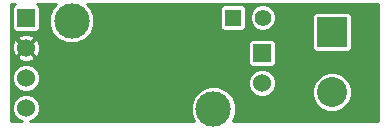
<source format=gbl>
G04 (created by PCBNEW (2013-mar-13)-testing) date Вск 16 Фев 2014 22:18:45*
%MOIN*%
G04 Gerber Fmt 3.4, Leading zero omitted, Abs format*
%FSLAX34Y34*%
G01*
G70*
G90*
G04 APERTURE LIST*
%ADD10C,0.005906*%
%ADD11R,0.060000X0.060000*%
%ADD12C,0.060000*%
%ADD13R,0.055000X0.055000*%
%ADD14C,0.055000*%
%ADD15C,0.118110*%
%ADD16R,0.100000X0.100000*%
%ADD17C,0.100000*%
%ADD18C,0.035000*%
%ADD19C,0.010000*%
%ADD20C,0.009843*%
G04 APERTURE END LIST*
G54D10*
G54D11*
X53750Y-70675D03*
G54D12*
X53750Y-71675D03*
X53750Y-72675D03*
X53750Y-73675D03*
G54D11*
X61625Y-71850D03*
G54D12*
X61625Y-72850D03*
G54D13*
X60650Y-70675D03*
G54D14*
X61650Y-70675D03*
G54D15*
X55275Y-70775D03*
X60000Y-73725D03*
G54D16*
X63950Y-71150D03*
G54D17*
X63950Y-73150D03*
G54D18*
X56825Y-70500D03*
X59700Y-72825D03*
X60550Y-71300D03*
X57050Y-72675D03*
G54D19*
X59700Y-72150D02*
X59700Y-72825D01*
X60550Y-71300D02*
X59700Y-72150D01*
G54D10*
G36*
X65478Y-74128D02*
X64617Y-74128D01*
X64617Y-73017D01*
X64617Y-73017D01*
X64617Y-71683D01*
X64617Y-71616D01*
X64617Y-70616D01*
X64591Y-70555D01*
X64544Y-70508D01*
X64483Y-70482D01*
X64416Y-70482D01*
X63416Y-70482D01*
X63355Y-70508D01*
X63308Y-70555D01*
X63282Y-70616D01*
X63282Y-70683D01*
X63282Y-71683D01*
X63308Y-71744D01*
X63355Y-71791D01*
X63416Y-71817D01*
X63483Y-71817D01*
X64483Y-71817D01*
X64544Y-71791D01*
X64591Y-71744D01*
X64617Y-71683D01*
X64617Y-73017D01*
X64516Y-72772D01*
X64328Y-72584D01*
X64083Y-72482D01*
X63817Y-72482D01*
X63572Y-72583D01*
X63384Y-72771D01*
X63282Y-73016D01*
X63282Y-73282D01*
X63383Y-73527D01*
X63571Y-73715D01*
X63816Y-73817D01*
X64082Y-73817D01*
X64327Y-73716D01*
X64515Y-73528D01*
X64617Y-73283D01*
X64617Y-73017D01*
X64617Y-74128D01*
X62092Y-74128D01*
X62092Y-72757D01*
X62092Y-72757D01*
X62092Y-70587D01*
X62025Y-70424D01*
X61900Y-70300D01*
X61738Y-70232D01*
X61562Y-70232D01*
X61399Y-70299D01*
X61275Y-70424D01*
X61207Y-70586D01*
X61207Y-70762D01*
X61274Y-70925D01*
X61399Y-71049D01*
X61561Y-71117D01*
X61737Y-71117D01*
X61900Y-71050D01*
X62024Y-70925D01*
X62092Y-70763D01*
X62092Y-70587D01*
X62092Y-72757D01*
X62092Y-72757D01*
X62092Y-72183D01*
X62092Y-72116D01*
X62092Y-71516D01*
X62066Y-71455D01*
X62019Y-71408D01*
X61958Y-71382D01*
X61891Y-71382D01*
X61291Y-71382D01*
X61230Y-71408D01*
X61183Y-71455D01*
X61157Y-71516D01*
X61157Y-71583D01*
X61157Y-72183D01*
X61183Y-72244D01*
X61230Y-72291D01*
X61291Y-72317D01*
X61358Y-72317D01*
X61958Y-72317D01*
X62019Y-72291D01*
X62066Y-72244D01*
X62092Y-72183D01*
X62092Y-72757D01*
X62021Y-72585D01*
X61890Y-72454D01*
X61718Y-72382D01*
X61532Y-72382D01*
X61360Y-72453D01*
X61229Y-72584D01*
X61157Y-72756D01*
X61157Y-72942D01*
X61228Y-73114D01*
X61359Y-73245D01*
X61531Y-73317D01*
X61717Y-73317D01*
X61889Y-73246D01*
X62020Y-73115D01*
X62092Y-72943D01*
X62092Y-72757D01*
X62092Y-74128D01*
X61092Y-74128D01*
X61092Y-70983D01*
X61092Y-70916D01*
X61092Y-70366D01*
X61066Y-70305D01*
X61019Y-70258D01*
X60958Y-70232D01*
X60891Y-70232D01*
X60341Y-70232D01*
X60280Y-70258D01*
X60233Y-70305D01*
X60207Y-70366D01*
X60207Y-70433D01*
X60207Y-70983D01*
X60233Y-71044D01*
X60280Y-71091D01*
X60341Y-71117D01*
X60408Y-71117D01*
X60958Y-71117D01*
X61019Y-71091D01*
X61066Y-71044D01*
X61092Y-70983D01*
X61092Y-74128D01*
X60653Y-74128D01*
X60757Y-73876D01*
X60758Y-73574D01*
X60642Y-73296D01*
X60429Y-73082D01*
X60151Y-72967D01*
X59849Y-72966D01*
X59571Y-73082D01*
X59357Y-73295D01*
X59242Y-73573D01*
X59241Y-73875D01*
X59346Y-74128D01*
X54218Y-74128D01*
X54218Y-71590D01*
X54151Y-71417D01*
X54141Y-71402D01*
X54064Y-71374D01*
X54050Y-71388D01*
X54050Y-71360D01*
X54022Y-71283D01*
X53851Y-71209D01*
X53665Y-71206D01*
X53492Y-71273D01*
X53477Y-71283D01*
X53449Y-71360D01*
X53750Y-71661D01*
X54050Y-71360D01*
X54050Y-71388D01*
X53763Y-71675D01*
X54064Y-71975D01*
X54141Y-71947D01*
X54215Y-71776D01*
X54218Y-71590D01*
X54218Y-74128D01*
X53877Y-74128D01*
X54014Y-74071D01*
X54145Y-73940D01*
X54217Y-73768D01*
X54217Y-73582D01*
X54217Y-72582D01*
X54146Y-72410D01*
X54050Y-72314D01*
X54050Y-71989D01*
X53750Y-71688D01*
X53736Y-71702D01*
X53736Y-71675D01*
X53435Y-71374D01*
X53358Y-71402D01*
X53284Y-71573D01*
X53281Y-71759D01*
X53348Y-71932D01*
X53358Y-71947D01*
X53435Y-71975D01*
X53736Y-71675D01*
X53736Y-71702D01*
X53449Y-71989D01*
X53477Y-72066D01*
X53648Y-72140D01*
X53834Y-72143D01*
X54007Y-72076D01*
X54022Y-72066D01*
X54050Y-71989D01*
X54050Y-72314D01*
X54015Y-72279D01*
X53843Y-72207D01*
X53657Y-72207D01*
X53485Y-72278D01*
X53354Y-72409D01*
X53282Y-72581D01*
X53282Y-72767D01*
X53353Y-72939D01*
X53484Y-73070D01*
X53656Y-73142D01*
X53842Y-73142D01*
X54014Y-73071D01*
X54145Y-72940D01*
X54217Y-72768D01*
X54217Y-72582D01*
X54217Y-73582D01*
X54146Y-73410D01*
X54015Y-73279D01*
X53843Y-73207D01*
X53657Y-73207D01*
X53485Y-73278D01*
X53354Y-73409D01*
X53282Y-73581D01*
X53282Y-73767D01*
X53353Y-73939D01*
X53484Y-74070D01*
X53622Y-74128D01*
X53246Y-74128D01*
X53246Y-70221D01*
X53382Y-70221D01*
X53355Y-70233D01*
X53308Y-70280D01*
X53282Y-70341D01*
X53282Y-70408D01*
X53282Y-71008D01*
X53308Y-71069D01*
X53355Y-71116D01*
X53416Y-71142D01*
X53483Y-71142D01*
X54083Y-71142D01*
X54144Y-71116D01*
X54191Y-71069D01*
X54217Y-71008D01*
X54217Y-70941D01*
X54217Y-70341D01*
X54191Y-70280D01*
X54144Y-70233D01*
X54117Y-70221D01*
X54756Y-70221D01*
X54632Y-70345D01*
X54517Y-70623D01*
X54516Y-70925D01*
X54632Y-71203D01*
X54845Y-71417D01*
X55123Y-71532D01*
X55425Y-71533D01*
X55703Y-71417D01*
X55917Y-71204D01*
X56032Y-70926D01*
X56033Y-70624D01*
X55917Y-70346D01*
X55793Y-70221D01*
X65478Y-70221D01*
X65478Y-74128D01*
X65478Y-74128D01*
G37*
G54D20*
X65478Y-74128D02*
X64617Y-74128D01*
X64617Y-73017D01*
X64617Y-73017D01*
X64617Y-71683D01*
X64617Y-71616D01*
X64617Y-70616D01*
X64591Y-70555D01*
X64544Y-70508D01*
X64483Y-70482D01*
X64416Y-70482D01*
X63416Y-70482D01*
X63355Y-70508D01*
X63308Y-70555D01*
X63282Y-70616D01*
X63282Y-70683D01*
X63282Y-71683D01*
X63308Y-71744D01*
X63355Y-71791D01*
X63416Y-71817D01*
X63483Y-71817D01*
X64483Y-71817D01*
X64544Y-71791D01*
X64591Y-71744D01*
X64617Y-71683D01*
X64617Y-73017D01*
X64516Y-72772D01*
X64328Y-72584D01*
X64083Y-72482D01*
X63817Y-72482D01*
X63572Y-72583D01*
X63384Y-72771D01*
X63282Y-73016D01*
X63282Y-73282D01*
X63383Y-73527D01*
X63571Y-73715D01*
X63816Y-73817D01*
X64082Y-73817D01*
X64327Y-73716D01*
X64515Y-73528D01*
X64617Y-73283D01*
X64617Y-73017D01*
X64617Y-74128D01*
X62092Y-74128D01*
X62092Y-72757D01*
X62092Y-72757D01*
X62092Y-70587D01*
X62025Y-70424D01*
X61900Y-70300D01*
X61738Y-70232D01*
X61562Y-70232D01*
X61399Y-70299D01*
X61275Y-70424D01*
X61207Y-70586D01*
X61207Y-70762D01*
X61274Y-70925D01*
X61399Y-71049D01*
X61561Y-71117D01*
X61737Y-71117D01*
X61900Y-71050D01*
X62024Y-70925D01*
X62092Y-70763D01*
X62092Y-70587D01*
X62092Y-72757D01*
X62092Y-72757D01*
X62092Y-72183D01*
X62092Y-72116D01*
X62092Y-71516D01*
X62066Y-71455D01*
X62019Y-71408D01*
X61958Y-71382D01*
X61891Y-71382D01*
X61291Y-71382D01*
X61230Y-71408D01*
X61183Y-71455D01*
X61157Y-71516D01*
X61157Y-71583D01*
X61157Y-72183D01*
X61183Y-72244D01*
X61230Y-72291D01*
X61291Y-72317D01*
X61358Y-72317D01*
X61958Y-72317D01*
X62019Y-72291D01*
X62066Y-72244D01*
X62092Y-72183D01*
X62092Y-72757D01*
X62021Y-72585D01*
X61890Y-72454D01*
X61718Y-72382D01*
X61532Y-72382D01*
X61360Y-72453D01*
X61229Y-72584D01*
X61157Y-72756D01*
X61157Y-72942D01*
X61228Y-73114D01*
X61359Y-73245D01*
X61531Y-73317D01*
X61717Y-73317D01*
X61889Y-73246D01*
X62020Y-73115D01*
X62092Y-72943D01*
X62092Y-72757D01*
X62092Y-74128D01*
X61092Y-74128D01*
X61092Y-70983D01*
X61092Y-70916D01*
X61092Y-70366D01*
X61066Y-70305D01*
X61019Y-70258D01*
X60958Y-70232D01*
X60891Y-70232D01*
X60341Y-70232D01*
X60280Y-70258D01*
X60233Y-70305D01*
X60207Y-70366D01*
X60207Y-70433D01*
X60207Y-70983D01*
X60233Y-71044D01*
X60280Y-71091D01*
X60341Y-71117D01*
X60408Y-71117D01*
X60958Y-71117D01*
X61019Y-71091D01*
X61066Y-71044D01*
X61092Y-70983D01*
X61092Y-74128D01*
X60653Y-74128D01*
X60757Y-73876D01*
X60758Y-73574D01*
X60642Y-73296D01*
X60429Y-73082D01*
X60151Y-72967D01*
X59849Y-72966D01*
X59571Y-73082D01*
X59357Y-73295D01*
X59242Y-73573D01*
X59241Y-73875D01*
X59346Y-74128D01*
X54218Y-74128D01*
X54218Y-71590D01*
X54151Y-71417D01*
X54141Y-71402D01*
X54064Y-71374D01*
X54050Y-71388D01*
X54050Y-71360D01*
X54022Y-71283D01*
X53851Y-71209D01*
X53665Y-71206D01*
X53492Y-71273D01*
X53477Y-71283D01*
X53449Y-71360D01*
X53750Y-71661D01*
X54050Y-71360D01*
X54050Y-71388D01*
X53763Y-71675D01*
X54064Y-71975D01*
X54141Y-71947D01*
X54215Y-71776D01*
X54218Y-71590D01*
X54218Y-74128D01*
X53877Y-74128D01*
X54014Y-74071D01*
X54145Y-73940D01*
X54217Y-73768D01*
X54217Y-73582D01*
X54217Y-72582D01*
X54146Y-72410D01*
X54050Y-72314D01*
X54050Y-71989D01*
X53750Y-71688D01*
X53736Y-71702D01*
X53736Y-71675D01*
X53435Y-71374D01*
X53358Y-71402D01*
X53284Y-71573D01*
X53281Y-71759D01*
X53348Y-71932D01*
X53358Y-71947D01*
X53435Y-71975D01*
X53736Y-71675D01*
X53736Y-71702D01*
X53449Y-71989D01*
X53477Y-72066D01*
X53648Y-72140D01*
X53834Y-72143D01*
X54007Y-72076D01*
X54022Y-72066D01*
X54050Y-71989D01*
X54050Y-72314D01*
X54015Y-72279D01*
X53843Y-72207D01*
X53657Y-72207D01*
X53485Y-72278D01*
X53354Y-72409D01*
X53282Y-72581D01*
X53282Y-72767D01*
X53353Y-72939D01*
X53484Y-73070D01*
X53656Y-73142D01*
X53842Y-73142D01*
X54014Y-73071D01*
X54145Y-72940D01*
X54217Y-72768D01*
X54217Y-72582D01*
X54217Y-73582D01*
X54146Y-73410D01*
X54015Y-73279D01*
X53843Y-73207D01*
X53657Y-73207D01*
X53485Y-73278D01*
X53354Y-73409D01*
X53282Y-73581D01*
X53282Y-73767D01*
X53353Y-73939D01*
X53484Y-74070D01*
X53622Y-74128D01*
X53246Y-74128D01*
X53246Y-70221D01*
X53382Y-70221D01*
X53355Y-70233D01*
X53308Y-70280D01*
X53282Y-70341D01*
X53282Y-70408D01*
X53282Y-71008D01*
X53308Y-71069D01*
X53355Y-71116D01*
X53416Y-71142D01*
X53483Y-71142D01*
X54083Y-71142D01*
X54144Y-71116D01*
X54191Y-71069D01*
X54217Y-71008D01*
X54217Y-70941D01*
X54217Y-70341D01*
X54191Y-70280D01*
X54144Y-70233D01*
X54117Y-70221D01*
X54756Y-70221D01*
X54632Y-70345D01*
X54517Y-70623D01*
X54516Y-70925D01*
X54632Y-71203D01*
X54845Y-71417D01*
X55123Y-71532D01*
X55425Y-71533D01*
X55703Y-71417D01*
X55917Y-71204D01*
X56032Y-70926D01*
X56033Y-70624D01*
X55917Y-70346D01*
X55793Y-70221D01*
X65478Y-70221D01*
X65478Y-74128D01*
M02*

</source>
